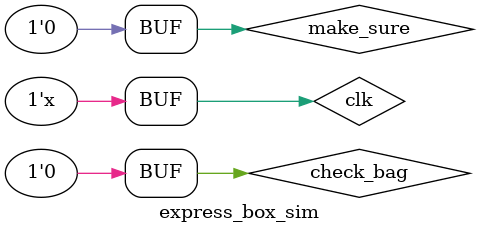
<source format=v>
`timescale 1ns / 1ps


module express_box_sim();
reg clk;//ÊäÈëÊ±ÖÓÐÅºÅ
reg check_bag;//"´æ°ü"°´¼üÐÅºÅ
reg make_sure;//"È·ÈÏ"°´¼üÐÅºÅ
reg get_bag;//"È¡°ü"°´¼üÐÅºÅ
reg [15:0]user_password;//ÓÃ»§ÊäÈëÃÜÂë
reg restart;//"¸´Î»"ÐÅºÅÊäÈë
reg to_input;//ÊäÈë°´¼üÐÅºÅ
wire [15:0]LED;//ÏÔÊ¾LEDµÆ
wire [7:0] segs0;//×óËÄÊýÂë¹ÜÍ¼°¸
wire [7:0] segs1;//ÓÒËÄÊýÂë¹ÜÍ¼°¸ 
wire [7:0] len;
wire [3:0]next_state,current_state;
//ÓÒ±ßËÄ¸öÊýÂë¹ÜÖÐÏÔÊ¾µÄÄÚÈÝ£¬´Ó×óµ½ÓÒ0~3
wire [3:0] hex0;//²¦Âë¿ª¹Ø×óËÄ²¦ÂëÊäÈë
wire [3:0] hex1;//²¦Âë¿ª¹ØÓÒËÄ²¦ÂëÊäÈë
wire [3:0] hex2;//SW8×óËÄ²¦ÂëÊäÈë
wire [3:0] hex3;//SW8ÓÒËÄ²¦ÂëÊäÈë
//¿ØÖÆ×óËÄÎ»ÊýÂë¹ÜÖÐµÄÄÚÈÝ£¬´Ó×óµ½ÓÒ4~7
wire [3:0] hex4;
wire [3:0] hex5;
wire [3:0] hex6;
wire [3:0] hex7;
express_box_mealy U(.clk(clk),.check_bag(check_bag),.make_sure(make_sure),.get_bag(get_bag),.user_password(user_password),.restart(restart),.to_input(to_input),
.LED(LED),.segs0(segs0),.segs1(segs1),.len(len),.next_state(next_state),.current_state(current_state),.hex0(hex0),.hex1(hex1),.hex2(hex2),.hex3(hex3)
,.hex4(hex4),.hex5(hex5),.hex6(hex6),.hex7(hex7));
initial
begin
    clk = 0;
    #25000000 check_bag = 1;
    #5000000 check_bag = 0;
    #50000000 make_sure = 1;
    #5000000 make_sure = 0;
    
    #25000000 check_bag = 1;
    #5000000 check_bag = 0;
    #50000000 make_sure = 1;
    #5000000 make_sure = 0;
    
    #25000000 check_bag = 1;
    #5000000 check_bag = 0;
    #50000000 make_sure = 1;
    #5000000 make_sure = 0;
    
    #25000000 check_bag = 1;
    #5000000 check_bag = 0;
    #50000000 make_sure = 1;
    #5000000 make_sure = 0;
    
    #25000000 check_bag = 1;
    #5000000 check_bag = 0;
    #50000000 make_sure = 1;
    #5000000 make_sure = 0;
    
    #25000000 check_bag = 1;
    #5000000 check_bag = 0;
    #50000000 make_sure = 1;
    #5000000 make_sure = 0;
    
    #25000000 check_bag = 1;
    #5000000 check_bag = 0;
    #50000000 make_sure = 1;
    #5000000 make_sure = 0;
    
    #25000000 check_bag = 1;
    #5000000 check_bag = 0;
    #50000000 make_sure = 1;
    #5000000 make_sure = 0;
    
    #25000000 check_bag = 1;
    #5000000 check_bag = 0;
    #50000000 make_sure = 1;
    #5000000 make_sure = 0;
    
    #25000000 check_bag = 1;
    #5000000 check_bag = 0;
    #50000000 make_sure = 1;
    #5000000 make_sure = 0;
    
    #25000000 check_bag = 1;
    #5000000 check_bag = 0;
    #50000000 make_sure = 1;
    #5000000 make_sure = 0;
    
    #25000000 check_bag = 1;
    #5000000 check_bag = 0;
    #50000000 make_sure = 1;
    #5000000 make_sure = 0;
    
    #25000000 check_bag = 1;
    #5000000 check_bag = 0;
    #50000000 make_sure = 1;
    #5000000 make_sure = 0;
    
    #25000000 check_bag = 1;
    #5000000 check_bag = 0;
    #50000000 make_sure = 1;
    #5000000 make_sure = 0;
    
    #25000000 check_bag = 1;
    #5000000 check_bag = 0;
    #50000000 make_sure = 1;
    #5000000 make_sure = 0;
    
    #25000000 check_bag = 1;
    #5000000 check_bag = 0;
    #50000000 make_sure = 1;
    #5000000 make_sure = 0;
    //µÚ17´Î
    #25000000 check_bag = 1;
    #5000000 check_bag = 0;
    #50000000 make_sure = 1;
    #5000000 make_sure = 0;
    
/*    #5000000 get_bag = 1;
    #5000000 get_bag = 0;
    user_password = 16'h12da;
        
    #10000000 to_input = 1;
    #5000000 to_input = 0;*/
    
end
always 
begin
    #10 clk = ~clk;
    
end

endmodule

</source>
